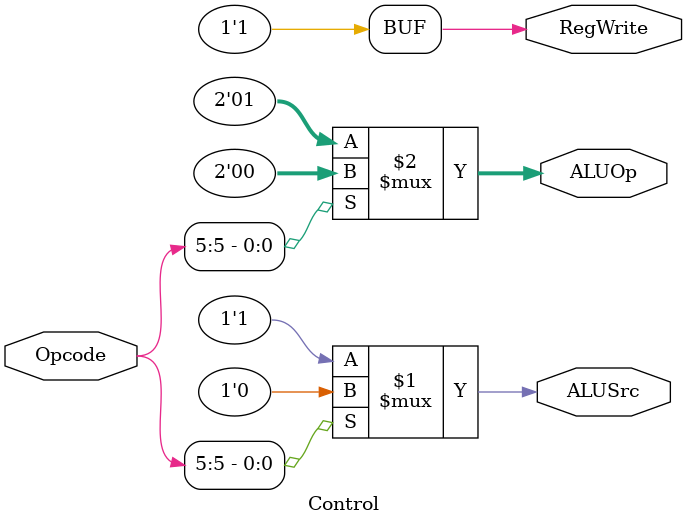
<source format=v>
module Control
(
    Opcode,
    ALUOp,
    ALUSrc,
    RegWrite,
);

input [6:0] Opcode;
output [1:0] ALUOp;
output ALUSrc;
output RegWrite;

wire [1:0] ALUOp;
wire ALUSrc;
wire RegWrite;

assign RegWrite = 1'b1;
assign ALUSrc = (Opcode[5])? 1'b0 : 1'b1;
assign ALUOp = (Opcode[5])? 2'b00 : 2'b01;

endmodule
</source>
